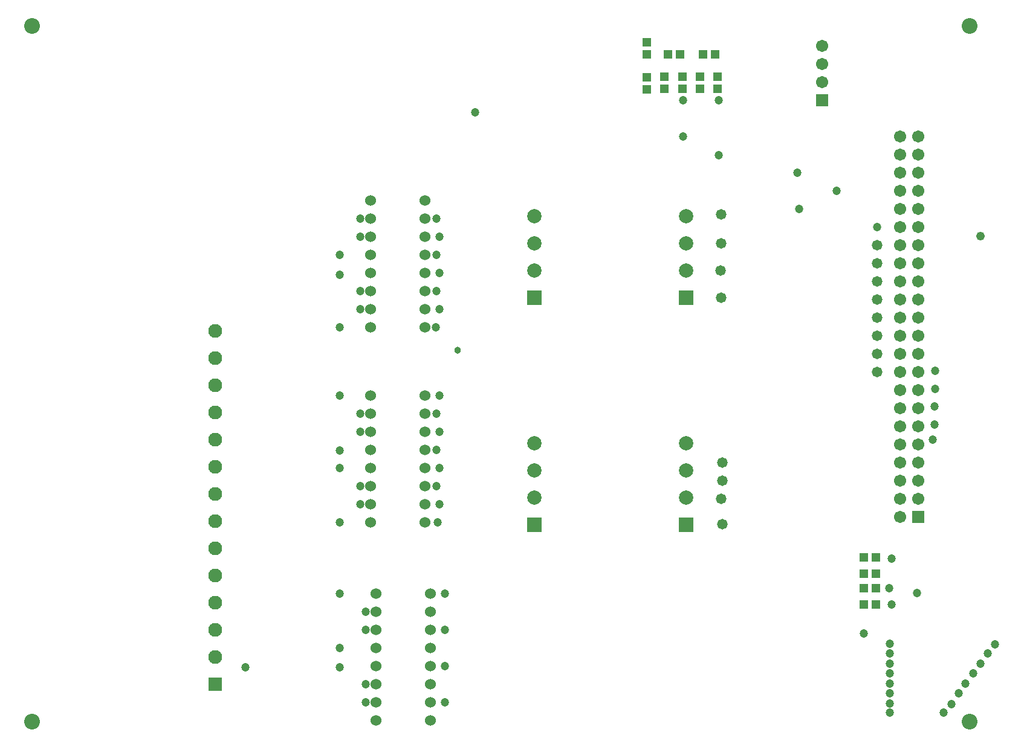
<source format=gts>
G04 Layer_Color=8388736*
%FSLAX25Y25*%
%MOIN*%
G70*
G01*
G75*
%ADD31R,0.05131X0.04737*%
%ADD32R,0.04737X0.05131*%
%ADD33C,0.06706*%
%ADD34R,0.06706X0.06706*%
%ADD35C,0.06000*%
%ADD36R,0.07690X0.07690*%
%ADD37C,0.07690*%
%ADD38C,0.08674*%
%ADD39R,0.07887X0.07887*%
%ADD40C,0.07887*%
%ADD41C,0.04737*%
%ADD42C,0.04800*%
%ADD43C,0.03800*%
%ADD44C,0.05800*%
D31*
X483347Y80500D02*
D03*
X476653D02*
D03*
X483347Y89500D02*
D03*
X476653D02*
D03*
Y97500D02*
D03*
X483347D02*
D03*
X476653Y106500D02*
D03*
X483347D02*
D03*
X368454Y384100D02*
D03*
X375147D02*
D03*
X387854Y384057D02*
D03*
X394547D02*
D03*
D32*
X376450Y365154D02*
D03*
Y371847D02*
D03*
X396000Y365054D02*
D03*
Y371746D02*
D03*
X356900Y384154D02*
D03*
Y390846D02*
D03*
X366675Y365154D02*
D03*
Y371847D02*
D03*
X386225Y365154D02*
D03*
Y371847D02*
D03*
X356900Y364953D02*
D03*
Y371646D02*
D03*
D33*
X453500Y389000D02*
D03*
Y379000D02*
D03*
Y369000D02*
D03*
X496400Y338900D02*
D03*
X506400D02*
D03*
X496400Y328900D02*
D03*
X506400D02*
D03*
X496400Y318900D02*
D03*
X506400D02*
D03*
X496400Y308900D02*
D03*
X506400D02*
D03*
X496400Y298900D02*
D03*
X506400D02*
D03*
X496400Y288900D02*
D03*
X506400D02*
D03*
X496400Y278900D02*
D03*
X506400D02*
D03*
X496400Y268900D02*
D03*
X506400D02*
D03*
X496400Y258900D02*
D03*
X506400D02*
D03*
X496400Y248900D02*
D03*
X506400D02*
D03*
X496400Y238900D02*
D03*
X506400D02*
D03*
X496400Y228900D02*
D03*
X506400D02*
D03*
X496400Y218900D02*
D03*
X506400D02*
D03*
X496400Y208900D02*
D03*
X506400D02*
D03*
X496400Y198900D02*
D03*
X506400D02*
D03*
X496400Y188900D02*
D03*
X506400D02*
D03*
X496400Y178900D02*
D03*
X506400D02*
D03*
X496400Y168900D02*
D03*
X506400D02*
D03*
X496400Y158900D02*
D03*
X506400D02*
D03*
X496400Y148900D02*
D03*
X506400D02*
D03*
Y138900D02*
D03*
X496400Y128900D02*
D03*
Y138900D02*
D03*
D34*
X453500Y359000D02*
D03*
X506400Y128900D02*
D03*
D35*
X207500Y16500D02*
D03*
Y26500D02*
D03*
Y76500D02*
D03*
Y86500D02*
D03*
Y36500D02*
D03*
Y46500D02*
D03*
Y66500D02*
D03*
Y56500D02*
D03*
X237500Y86500D02*
D03*
Y76500D02*
D03*
Y66500D02*
D03*
Y56500D02*
D03*
Y46500D02*
D03*
Y36500D02*
D03*
Y26500D02*
D03*
Y16500D02*
D03*
X204500Y126000D02*
D03*
Y136000D02*
D03*
Y186000D02*
D03*
Y196000D02*
D03*
Y146000D02*
D03*
Y156000D02*
D03*
Y176000D02*
D03*
Y166000D02*
D03*
X234500Y196000D02*
D03*
Y186000D02*
D03*
Y176000D02*
D03*
Y166000D02*
D03*
Y156000D02*
D03*
Y146000D02*
D03*
Y136000D02*
D03*
Y126000D02*
D03*
X204500Y233500D02*
D03*
Y243500D02*
D03*
Y293500D02*
D03*
Y303500D02*
D03*
Y253500D02*
D03*
Y263500D02*
D03*
Y283500D02*
D03*
Y273500D02*
D03*
X234500Y303500D02*
D03*
Y293500D02*
D03*
Y283500D02*
D03*
Y273500D02*
D03*
Y263500D02*
D03*
Y253500D02*
D03*
Y243500D02*
D03*
Y233500D02*
D03*
D36*
X119000Y36500D02*
D03*
D37*
Y51500D02*
D03*
Y66500D02*
D03*
Y81500D02*
D03*
Y96500D02*
D03*
Y111500D02*
D03*
Y126500D02*
D03*
Y141500D02*
D03*
Y156500D02*
D03*
Y171500D02*
D03*
Y186500D02*
D03*
Y201500D02*
D03*
Y216500D02*
D03*
Y231500D02*
D03*
D38*
X18000Y16000D02*
D03*
Y400000D02*
D03*
X535000D02*
D03*
Y16000D02*
D03*
D39*
X295000Y250000D02*
D03*
Y124500D02*
D03*
X378500D02*
D03*
Y250000D02*
D03*
D40*
X295000Y265000D02*
D03*
Y280000D02*
D03*
Y295000D02*
D03*
Y139500D02*
D03*
Y154500D02*
D03*
Y169500D02*
D03*
X378500Y139500D02*
D03*
Y154500D02*
D03*
Y169500D02*
D03*
Y265000D02*
D03*
Y280000D02*
D03*
Y295000D02*
D03*
D41*
X461500Y309000D02*
D03*
X262250Y352250D02*
D03*
X476500Y64500D02*
D03*
X441000Y298900D02*
D03*
X440000Y319000D02*
D03*
X396500Y328500D02*
D03*
X377000Y339000D02*
D03*
X492000Y106000D02*
D03*
X490500Y89500D02*
D03*
X492000Y80500D02*
D03*
X506000Y87000D02*
D03*
X491000Y37000D02*
D03*
Y59000D02*
D03*
Y21000D02*
D03*
Y26000D02*
D03*
Y31500D02*
D03*
Y42500D02*
D03*
Y48000D02*
D03*
Y53500D02*
D03*
X187500Y273500D02*
D03*
Y262500D02*
D03*
Y233500D02*
D03*
Y196000D02*
D03*
Y165500D02*
D03*
Y156000D02*
D03*
Y126000D02*
D03*
Y86500D02*
D03*
Y46000D02*
D03*
Y56500D02*
D03*
X377000Y359000D02*
D03*
X396500D02*
D03*
X483900Y288900D02*
D03*
X135500Y46000D02*
D03*
X549000Y58500D02*
D03*
X545000Y53500D02*
D03*
X541000Y48000D02*
D03*
X537000Y42500D02*
D03*
X532500Y37000D02*
D03*
X529000Y31500D02*
D03*
X525000Y25500D02*
D03*
X520500Y21000D02*
D03*
X514500Y171500D02*
D03*
X515500Y179800D02*
D03*
Y189800D02*
D03*
X515800Y199500D02*
D03*
X516000Y209500D02*
D03*
X199000Y136000D02*
D03*
Y146000D02*
D03*
Y176000D02*
D03*
Y186000D02*
D03*
Y293500D02*
D03*
Y283500D02*
D03*
Y253500D02*
D03*
Y243500D02*
D03*
X202000Y26500D02*
D03*
Y36500D02*
D03*
Y66500D02*
D03*
Y76500D02*
D03*
X242500Y283500D02*
D03*
Y263500D02*
D03*
Y243500D02*
D03*
Y196000D02*
D03*
Y176000D02*
D03*
Y156000D02*
D03*
X245500Y26500D02*
D03*
Y46500D02*
D03*
Y66500D02*
D03*
Y86500D02*
D03*
X242500Y136000D02*
D03*
X240500Y233500D02*
D03*
X241000Y293500D02*
D03*
Y273500D02*
D03*
Y253500D02*
D03*
Y186000D02*
D03*
Y166000D02*
D03*
Y146000D02*
D03*
X241500Y126000D02*
D03*
D42*
X541000Y284000D02*
D03*
D43*
X252500Y221000D02*
D03*
D44*
X483900Y278900D02*
D03*
Y268900D02*
D03*
Y258900D02*
D03*
Y248900D02*
D03*
Y238900D02*
D03*
Y228900D02*
D03*
Y218900D02*
D03*
Y208900D02*
D03*
X398500Y158900D02*
D03*
Y149000D02*
D03*
X398000Y138900D02*
D03*
X398500Y125000D02*
D03*
X398000Y296000D02*
D03*
Y280000D02*
D03*
X397500Y265000D02*
D03*
X398000Y250000D02*
D03*
M02*

</source>
